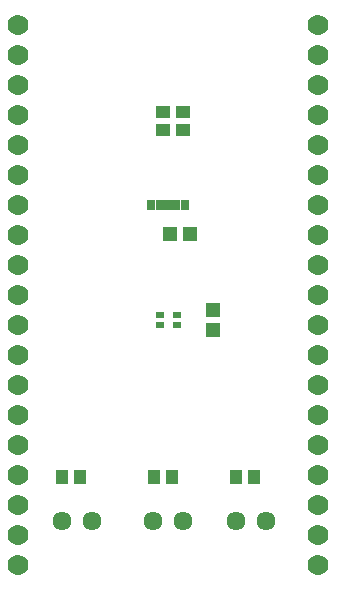
<source format=gbs>
G04*
G04 #@! TF.GenerationSoftware,Altium Limited,Altium Designer,21.5.1 (32)*
G04*
G04 Layer_Color=16711935*
%FSLAX25Y25*%
%MOIN*%
G70*
G04*
G04 #@! TF.SameCoordinates,B44AFF20-6257-4841-829A-698601589143*
G04*
G04*
G04 #@! TF.FilePolarity,Negative*
G04*
G01*
G75*
%ADD13C,0.06351*%
%ADD14C,0.06942*%
%ADD28R,0.04658X0.04186*%
%ADD29R,0.03950X0.03556*%
%ADD30R,0.03162X0.03556*%
%ADD31R,0.03162X0.03556*%
%ADD32R,0.02769X0.01981*%
%ADD33R,0.04186X0.04658*%
%ADD34R,0.05131X0.04737*%
%ADD35R,0.04737X0.05131*%
D13*
X31417Y23622D02*
D03*
X41417D02*
D03*
X99488D02*
D03*
X89488D02*
D03*
X71929D02*
D03*
X61929D02*
D03*
D14*
X116929Y9055D02*
D03*
Y19055D02*
D03*
Y29055D02*
D03*
Y39055D02*
D03*
Y49055D02*
D03*
Y59055D02*
D03*
Y69055D02*
D03*
Y79055D02*
D03*
Y89055D02*
D03*
Y99055D02*
D03*
Y109055D02*
D03*
Y119055D02*
D03*
Y129055D02*
D03*
Y139055D02*
D03*
Y149055D02*
D03*
Y159055D02*
D03*
Y169055D02*
D03*
Y179055D02*
D03*
Y189055D02*
D03*
X16929Y19055D02*
D03*
Y29055D02*
D03*
Y39055D02*
D03*
Y49055D02*
D03*
Y59055D02*
D03*
Y69055D02*
D03*
Y79055D02*
D03*
Y89055D02*
D03*
Y99055D02*
D03*
Y109055D02*
D03*
Y119055D02*
D03*
Y129055D02*
D03*
Y139055D02*
D03*
Y149055D02*
D03*
Y159055D02*
D03*
Y169055D02*
D03*
Y9055D02*
D03*
Y179055D02*
D03*
Y189055D02*
D03*
D28*
X71653Y153937D02*
D03*
Y159961D02*
D03*
X64961D02*
D03*
Y153937D02*
D03*
D29*
X68898Y128937D02*
D03*
X64862D02*
D03*
D30*
X61221D02*
D03*
D31*
X72539D02*
D03*
D32*
X64173Y88976D02*
D03*
Y92126D02*
D03*
X69685D02*
D03*
Y88976D02*
D03*
D33*
X89508Y38386D02*
D03*
X95531D02*
D03*
X31437D02*
D03*
X37461D02*
D03*
X61949D02*
D03*
X67972D02*
D03*
D34*
X74213Y119095D02*
D03*
X67520D02*
D03*
D35*
X81890Y87205D02*
D03*
Y93898D02*
D03*
M02*

</source>
